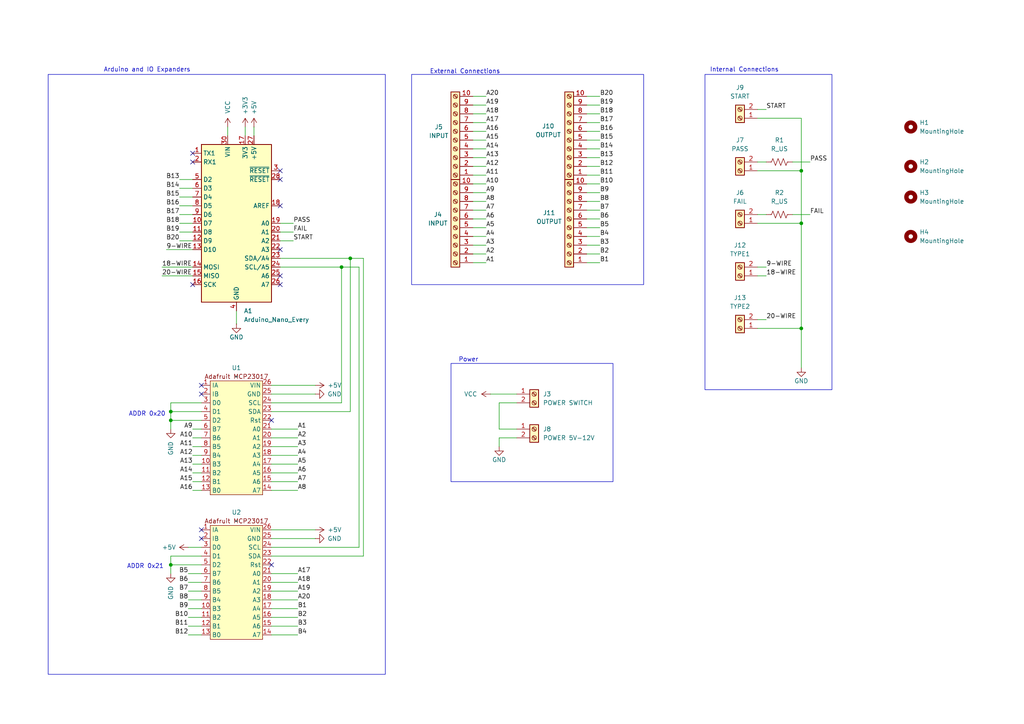
<source format=kicad_sch>
(kicad_sch (version 20250114) (generator "eeschema") (generator_version "9.0")
  (paper "A4")
  (title_block (date "sam. 04 avril 2015"))
  (lib_symbols
    (symbol "Connector:Screw_Terminal_01x02" (pin_names (offset 1.016) (hide yes))
      (property "Reference" "J" (at 0 2.54 0))
      (property "Value" "Screw_Terminal_01x02" (at 0 -5.08 0))
      (symbol "Screw_Terminal_01x02_1_1"
        (rectangle (start -1.27 1.27) (end 1.27 -3.81) (stroke (width 0.254)) (fill (type background)))
        (polyline (pts (xy -0.5334 0.3302) (xy 0.3302 -0.508)) (stroke (width 0.1524)))
        (polyline (pts (xy -0.5334 -2.2098) (xy 0.3302 -3.048)) (stroke (width 0.1524)))
        (polyline (pts (xy -0.3556 0.508) (xy 0.508 -0.3302)) (stroke (width 0.1524)))
        (polyline (pts (xy -0.3556 -2.032) (xy 0.508 -2.8702)) (stroke (width 0.1524)))
        (circle (center 0 0) (radius 0.635) (stroke (width 0.1524)))
        (circle (center 0 -2.54) (radius 0.635) (stroke (width 0.1524)))
        (pin passive line (at -5.08 0 0) (length 3.81) (name "Pin_1") (number "1"))
        (pin passive line (at -5.08 -2.54 0) (length 3.81) (name "Pin_2") (number "2"))
      )
    )
    (symbol "Connector:Screw_Terminal_01x10" (pin_names (offset 1.016) (hide yes))
      (property "Reference" "J" (at 0 12.7 0))
      (property "Value" "Screw_Terminal_01x10" (at 0 -15.24 0))
      (symbol "Screw_Terminal_01x10_1_1"
        (rectangle (start -1.27 11.43) (end 1.27 -13.97) (stroke (width 0.254)) (fill (type background)))
        (polyline (pts (xy -0.5334 10.4902) (xy 0.3302 9.652)) (stroke (width 0.1524)))
        (polyline (pts (xy -0.5334 7.9502) (xy 0.3302 7.112)) (stroke (width 0.1524)))
        (polyline (pts (xy -0.5334 5.4102) (xy 0.3302 4.572)) (stroke (width 0.1524)))
        (polyline (pts (xy -0.5334 2.8702) (xy 0.3302 2.032)) (stroke (width 0.1524)))
        (polyline (pts (xy -0.5334 0.3302) (xy 0.3302 -0.508)) (stroke (width 0.1524)))
        (polyline (pts (xy -0.5334 -2.2098) (xy 0.3302 -3.048)) (stroke (width 0.1524)))
        (polyline (pts (xy -0.5334 -4.7498) (xy 0.3302 -5.588)) (stroke (width 0.1524)))
        (polyline (pts (xy -0.5334 -7.2898) (xy 0.3302 -8.128)) (stroke (width 0.1524)))
        (polyline (pts (xy -0.5334 -9.8298) (xy 0.3302 -10.668)) (stroke (width 0.1524)))
        (polyline (pts (xy -0.5334 -12.3698) (xy 0.3302 -13.208)) (stroke (width 0.1524)))
        (polyline (pts (xy -0.3556 10.668) (xy 0.508 9.8298)) (stroke (width 0.1524)))
        (polyline (pts (xy -0.3556 8.128) (xy 0.508 7.2898)) (stroke (width 0.1524)))
        (polyline (pts (xy -0.3556 5.588) (xy 0.508 4.7498)) (stroke (width 0.1524)))
        (polyline (pts (xy -0.3556 3.048) (xy 0.508 2.2098)) (stroke (width 0.1524)))
        (polyline (pts (xy -0.3556 0.508) (xy 0.508 -0.3302)) (stroke (width 0.1524)))
        (polyline (pts (xy -0.3556 -2.032) (xy 0.508 -2.8702)) (stroke (width 0.1524)))
        (polyline (pts (xy -0.3556 -4.572) (xy 0.508 -5.4102)) (stroke (width 0.1524)))
        (polyline (pts (xy -0.3556 -7.112) (xy 0.508 -7.9502)) (stroke (width 0.1524)))
        (polyline (pts (xy -0.3556 -9.652) (xy 0.508 -10.4902)) (stroke (width 0.1524)))
        (polyline (pts (xy -0.3556 -12.192) (xy 0.508 -13.0302)) (stroke (width 0.1524)))
        (circle (center 0 10.16) (radius 0.635) (stroke (width 0.1524)))
        (circle (center 0 7.62) (radius 0.635) (stroke (width 0.1524)))
        (circle (center 0 5.08) (radius 0.635) (stroke (width 0.1524)))
        (circle (center 0 2.54) (radius 0.635) (stroke (width 0.1524)))
        (circle (center 0 0) (radius 0.635) (stroke (width 0.1524)))
        (circle (center 0 -2.54) (radius 0.635) (stroke (width 0.1524)))
        (circle (center 0 -5.08) (radius 0.635) (stroke (width 0.1524)))
        (circle (center 0 -7.62) (radius 0.635) (stroke (width 0.1524)))
        (circle (center 0 -10.16) (radius 0.635) (stroke (width 0.1524)))
        (circle (center 0 -12.7) (radius 0.635) (stroke (width 0.1524)))
        (pin passive line (at -5.08 10.16 0) (length 3.81) (name "Pin_1") (number "1"))
        (pin passive line (at -5.08 7.62 0) (length 3.81) (name "Pin_2") (number "2"))
        (pin passive line (at -5.08 5.08 0) (length 3.81) (name "Pin_3") (number "3"))
        (pin passive line (at -5.08 2.54 0) (length 3.81) (name "Pin_4") (number "4"))
        (pin passive line (at -5.08 0 0) (length 3.81) (name "Pin_5") (number "5"))
        (pin passive line (at -5.08 -2.54 0) (length 3.81) (name "Pin_6") (number "6"))
        (pin passive line (at -5.08 -5.08 0) (length 3.81) (name "Pin_7") (number "7"))
        (pin passive line (at -5.08 -7.62 0) (length 3.81) (name "Pin_8") (number "8"))
        (pin passive line (at -5.08 -10.16 0) (length 3.81) (name "Pin_9") (number "9"))
        (pin passive line (at -5.08 -12.7 0) (length 3.81) (name "Pin_10") (number "10"))
      )
    )
    (symbol "Device:R_US" (pin_numbers (hide yes)) (pin_names (offset 0))
      (property "Reference" "R" (at 2.54 0 90))
      (property "Value" "R_US" (at -2.54 0 90))
      (symbol "R_US_0_1"
        (polyline (pts (xy 0 2.286) (xy 0 2.54)))
        (polyline (pts (xy 0 2.286) (xy 1.016 1.905) (xy 0 1.524) (xy -1.016 1.143) (xy 0 0.762)))
        (polyline (pts (xy 0 0.762) (xy 1.016 0.381) (xy 0 0) (xy -1.016 -0.381) (xy 0 -0.762)))
        (polyline (pts (xy 0 -0.762) (xy 1.016 -1.143) (xy 0 -1.524) (xy -1.016 -1.905) (xy 0 -2.286)))
        (polyline (pts (xy 0 -2.286) (xy 0 -2.54)))
      )
      (symbol "R_US_1_1"
        (pin passive line (at 0 3.81 270) (length 1.27) (name "~") (number "1"))
        (pin passive line (at 0 -3.81 90) (length 1.27) (name "~") (number "2"))
      )
    )
    (symbol "MCU_Module:Arduino_Nano_Every"
      (property "Reference" "A" (at -10.16 23.495 0))
      (property "Value" "Arduino_Nano_Every" (at 5.08 -24.13 0))
      (symbol "Arduino_Nano_Every_0_1"
        (rectangle (start -10.16 22.86) (end 10.16 -22.86) (stroke (width 0.254)) (fill (type background)))
      )
      (symbol "Arduino_Nano_Every_1_1"
        (pin bidirectional line (at -12.7 20.32 0) (length 2.54) (name "TX1") (number "1"))
        (pin bidirectional line (at -12.7 17.78 0) (length 2.54) (name "RX1") (number "2"))
        (pin bidirectional line (at -12.7 12.7 0) (length 2.54) (name "D2") (number "5"))
        (pin bidirectional line (at -12.7 10.16 0) (length 2.54) (name "D3") (number "6"))
        (pin bidirectional line (at -12.7 7.62 0) (length 2.54) (name "D4") (number "7"))
        (pin bidirectional line (at -12.7 5.08 0) (length 2.54) (name "D5") (number "8"))
        (pin bidirectional line (at -12.7 2.54 0) (length 2.54) (name "D6") (number "9"))
        (pin bidirectional line (at -12.7 0 0) (length 2.54) (name "D7") (number "10"))
        (pin bidirectional line (at -12.7 -2.54 0) (length 2.54) (name "D8") (number "11"))
        (pin bidirectional line (at -12.7 -5.08 0) (length 2.54) (name "D9") (number "12"))
        (pin bidirectional line (at -12.7 -7.62 0) (length 2.54) (name "D10") (number "13"))
        (pin bidirectional line (at -12.7 -12.7 0) (length 2.54) (name "MOSI") (number "14"))
        (pin bidirectional line (at -12.7 -15.24 0) (length 2.54) (name "MISO") (number "15"))
        (pin bidirectional line (at -12.7 -17.78 0) (length 2.54) (name "SCK") (number "16"))
        (pin power_in line (at -2.54 25.4 270) (length 2.54) (name "VIN") (number "30"))
        (pin passive line (at 0 -25.4 90) (length 2.54) (hide yes) (name "GND") (number "29"))
        (pin power_in line (at 0 -25.4 90) (length 2.54) (name "GND") (number "4"))
        (pin power_out line (at 2.54 25.4 270) (length 2.54) (name "3V3") (number "17"))
        (pin power_out line (at 5.08 25.4 270) (length 2.54) (name "+5V") (number "27"))
        (pin input line (at 12.7 15.24 180) (length 2.54) (name "~{RESET}") (number "3"))
        (pin input line (at 12.7 12.7 180) (length 2.54) (name "~{RESET}") (number "28"))
        (pin input line (at 12.7 5.08 180) (length 2.54) (name "AREF") (number "18"))
        (pin bidirectional line (at 12.7 0 180) (length 2.54) (name "A0") (number "19"))
        (pin bidirectional line (at 12.7 -2.54 180) (length 2.54) (name "A1") (number "20"))
        (pin bidirectional line (at 12.7 -5.08 180) (length 2.54) (name "A2") (number "21"))
        (pin bidirectional line (at 12.7 -7.62 180) (length 2.54) (name "A3") (number "22"))
        (pin bidirectional line (at 12.7 -10.16 180) (length 2.54) (name "SDA/A4") (number "23"))
        (pin bidirectional line (at 12.7 -12.7 180) (length 2.54) (name "SCL/A5") (number "24"))
        (pin bidirectional line (at 12.7 -15.24 180) (length 2.54) (name "A6") (number "25"))
        (pin bidirectional line (at 12.7 -17.78 180) (length 2.54) (name "A7") (number "26"))
      )
    )
    (symbol "Mechanical:MountingHole" (pin_names (offset 1.016)) (in_bom no)
      (property "Reference" "H" (at 0 5.08 0))
      (property "Value" "MountingHole" (at 0 3.175 0))
      (symbol "MountingHole_0_1"
        (circle (center 0 0) (radius 1.27) (stroke (width 1.27)))
      )
    )
    (symbol "addedItems:Adafruit_MCP23017"
      (property "Reference" "U" (at -0.762 1.016 0))
      (symbol "Adafruit_MCP23017_0_1"
        (rectangle (start 0 -2.54) (end 15.24 -35.56) (fill (type color) (color 255 255 194 1)))
      )
      (symbol "Adafruit_MCP23017_1_1"
        (text "Adafruit MCP23017" (at 7.62 -1.27 0) (effects (font (size 1.27 1.27))))
        (pin power_in line (at -2.54 -3.81 0) (length 2.54) (name "VIN") (number "26"))
        (pin power_in line (at -2.54 -6.35 0) (length 2.54) (name "GND") (number "25"))
        (pin input line (at -2.54 -8.89 0) (length 2.54) (name "SCL") (number "24"))
        (pin input line (at -2.54 -11.43 0) (length 2.54) (name "SDA") (number "23"))
        (pin input line (at -2.54 -13.97 0) (length 2.54) (name "Rst") (number "22"))
        (pin bidirectional line (at -2.54 -16.51 0) (length 2.54) (name "A0") (number "21"))
        (pin bidirectional line (at -2.54 -19.05 0) (length 2.54) (name "A1") (number "20"))
        (pin bidirectional line (at -2.54 -21.59 0) (length 2.54) (name "A2") (number "19"))
        (pin bidirectional line (at -2.54 -24.13 0) (length 2.54) (name "A3") (number "18"))
        (pin bidirectional line (at -2.54 -26.67 0) (length 2.54) (name "A4") (number "17"))
        (pin bidirectional line (at -2.54 -29.21 0) (length 2.54) (name "A5") (number "16"))
        (pin bidirectional line (at -2.54 -31.75 0) (length 2.54) (name "A6") (number "15"))
        (pin bidirectional line (at -2.54 -34.29 0) (length 2.54) (name "A7") (number "14"))
        (pin input line (at 17.78 -3.81 180) (length 2.54) (name "IA") (number "1"))
        (pin input line (at 17.78 -6.35 180) (length 2.54) (name "IB") (number "2"))
        (pin input line (at 17.78 -8.89 180) (length 2.54) (name "D0") (number "3"))
        (pin input line (at 17.78 -11.43 180) (length 2.54) (name "D1") (number "4"))
        (pin input line (at 17.78 -13.97 180) (length 2.54) (name "D2") (number "5"))
        (pin bidirectional line (at 17.78 -16.51 180) (length 2.54) (name "B7") (number "6"))
        (pin bidirectional line (at 17.78 -19.05 180) (length 2.54) (name "B6") (number "7"))
        (pin bidirectional line (at 17.78 -21.59 180) (length 2.54) (name "B5") (number "8"))
        (pin bidirectional line (at 17.78 -24.13 180) (length 2.54) (name "B4") (number "9"))
        (pin bidirectional line (at 17.78 -26.67 180) (length 2.54) (name "B3") (number "10"))
        (pin bidirectional line (at 17.78 -29.21 180) (length 2.54) (name "B2") (number "11"))
        (pin bidirectional line (at 17.78 -31.75 180) (length 2.54) (name "B1") (number "12"))
        (pin bidirectional line (at 17.78 -34.29 180) (length 2.54) (name "B0") (number "13"))
      )
    )
    (symbol "power:+3.3V" (power) (pin_numbers (hide yes)) (pin_names (offset 0) (hide yes))
      (property "Value" "+3.3V" (at 0 3.556 0))
      (symbol "+3.3V_0_1"
        (polyline (pts (xy -0.762 1.27) (xy 0 2.54)))
        (polyline (pts (xy 0 2.54) (xy 0.762 1.27)))
        (polyline (pts (xy 0 0) (xy 0 2.54)))
      )
      (symbol "+3.3V_1_1"
        (pin power_in line (at 0 0 90) (length 0) (name "~") (number "1"))
      )
    )
    (symbol "power:+5V" (power) (pin_numbers (hide yes)) (pin_names (offset 0) (hide yes))
      (property "Value" "+5V" (at 0 3.556 0))
      (symbol "+5V_0_1"
        (polyline (pts (xy -0.762 1.27) (xy 0 2.54)))
        (polyline (pts (xy 0 2.54) (xy 0.762 1.27)))
        (polyline (pts (xy 0 0) (xy 0 2.54)))
      )
      (symbol "+5V_1_1"
        (pin power_in line (at 0 0 90) (length 0) (name "~") (number "1"))
      )
    )
    (symbol "power:GND" (power) (pin_numbers (hide yes)) (pin_names (offset 0) (hide yes))
      (property "Value" "GND" (at 0 -3.81 0))
      (symbol "GND_0_1"
        (polyline (pts (xy 0 0) (xy 0 -1.27) (xy 1.27 -1.27) (xy 0 -2.54) (xy -1.27 -1.27) (xy 0 -1.27)))
      )
      (symbol "GND_1_1"
        (pin power_in line (at 0 0 270) (length 0) (name "~") (number "1"))
      )
    )
    (symbol "power:VCC" (power) (pin_numbers (hide yes)) (pin_names (offset 0) (hide yes))
      (property "Value" "VCC" (at 0 3.556 0))
      (symbol "VCC_0_1"
        (polyline (pts (xy -0.762 1.27) (xy 0 2.54)))
        (polyline (pts (xy 0 2.54) (xy 0.762 1.27)))
        (polyline (pts (xy 0 0) (xy 0 2.54)))
      )
      (symbol "VCC_1_1"
        (pin power_in line (at 0 0 90) (length 0) (name "~") (number "1"))
      )
    )
  )
  (rectangle (start 204.47 21.59) (end 241.3 113.03))
  (rectangle (start 119.38 21.59) (end 186.69 82.55))
  (rectangle (start 130.81 105.41) (end 177.8 139.7))
  (rectangle (start 13.97 21.59) (end 111.76 195.58))
  (text "ADDR 0x21" (at 42.164 164.338 0) (effects (font (size 1.27 1.27))))
  (text "Power" (at 135.89 104.394 0) (effects (font (size 1.27 1.27))))
  (text "ADDR 0x20" (at 42.672 120.142 0) (effects (font (size 1.27 1.27))))
  (text "External Connections" (at 134.874 20.828 0) (effects (font (size 1.27 1.27))))
  (text "Arduino and IO Expanders" (at 42.672 20.32 0) (effects (font (size 1.27 1.27))))
  (text "Internal Connections" (at 215.9 20.32 0) (effects (font (size 1.27 1.27))))
  (junction (at 99.06 77.47))
  (junction (at 49.53 121.92))
  (junction (at 232.41 64.77))
  (junction (at 49.53 119.38))
  (junction (at 49.53 163.83))
  (junction (at 232.41 49.53))
  (junction (at 232.41 95.25))
  (junction (at 101.6 74.93))
  (no_connect (at 81.28 49.53))
  (no_connect (at 55.88 46.99))
  (no_connect (at 81.28 82.55))
  (no_connect (at 55.88 44.45))
  (no_connect (at 78.74 163.83))
  (no_connect (at 55.88 82.55))
  (no_connect (at 58.42 153.67))
  (no_connect (at 81.28 59.69))
  (no_connect (at 81.28 72.39))
  (no_connect (at 58.42 156.21))
  (no_connect (at 58.42 111.76))
  (no_connect (at 81.28 80.01))
  (no_connect (at 58.42 114.3))
  (no_connect (at 81.28 52.07))
  (no_connect (at 78.74 121.92))
  (wire (pts (xy 49.53 116.84) (xy 49.53 119.38)))
  (wire (pts (xy 137.16 50.8) (xy 140.97 50.8)))
  (wire (pts (xy 170.18 63.5) (xy 173.99 63.5)))
  (wire (pts (xy 144.78 127) (xy 149.86 127)))
  (wire (pts (xy 78.74 114.3) (xy 91.44 114.3)))
  (wire (pts (xy 55.88 129.54) (xy 58.42 129.54)))
  (wire (pts (xy 170.18 48.26) (xy 173.99 48.26)))
  (wire (pts (xy 73.66 36.83) (xy 73.66 39.37)))
  (wire (pts (xy 219.71 62.23) (xy 222.25 62.23)))
  (wire (pts (xy 170.18 27.94) (xy 173.99 27.94)))
  (wire (pts (xy 55.88 127) (xy 58.42 127)))
  (wire (pts (xy 104.14 77.47) (xy 99.06 77.47)))
  (wire (pts (xy 78.74 116.84) (xy 99.06 116.84)))
  (wire (pts (xy 78.74 156.21) (xy 91.44 156.21)))
  (wire (pts (xy 219.71 64.77) (xy 232.41 64.77)))
  (wire (pts (xy 219.71 95.25) (xy 232.41 95.25)))
  (wire (pts (xy 49.53 163.83) (xy 49.53 166.37)))
  (wire (pts (xy 137.16 35.56) (xy 140.97 35.56)))
  (wire (pts (xy 58.42 116.84) (xy 49.53 116.84)))
  (wire (pts (xy 170.18 71.12) (xy 173.99 71.12)))
  (wire (pts (xy 137.16 45.72) (xy 140.97 45.72)))
  (wire (pts (xy 54.61 168.91) (xy 58.42 168.91)))
  (wire (pts (xy 219.71 92.71) (xy 222.25 92.71)))
  (wire (pts (xy 78.74 158.75) (xy 104.14 158.75)))
  (wire (pts (xy 219.71 77.47) (xy 222.25 77.47)))
  (wire (pts (xy 52.07 54.61) (xy 55.88 54.61)))
  (wire (pts (xy 137.16 68.58) (xy 140.97 68.58)))
  (wire (pts (xy 78.74 137.16) (xy 86.36 137.16)))
  (wire (pts (xy 137.16 33.02) (xy 140.97 33.02)))
  (wire (pts (xy 52.07 62.23) (xy 55.88 62.23)))
  (wire (pts (xy 55.88 139.7) (xy 58.42 139.7)))
  (wire (pts (xy 170.18 76.2) (xy 173.99 76.2)))
  (wire (pts (xy 170.18 66.04) (xy 173.99 66.04)))
  (wire (pts (xy 232.41 49.53) (xy 232.41 64.77)))
  (wire (pts (xy 144.78 129.54) (xy 144.78 127)))
  (wire (pts (xy 78.74 184.15) (xy 86.36 184.15)))
  (wire (pts (xy 54.61 184.15) (xy 58.42 184.15)))
  (wire (pts (xy 137.16 71.12) (xy 140.97 71.12)))
  (wire (pts (xy 219.71 49.53) (xy 232.41 49.53)))
  (wire (pts (xy 55.88 137.16) (xy 58.42 137.16)))
  (wire (pts (xy 58.42 161.29) (xy 49.53 161.29)))
  (wire (pts (xy 170.18 50.8) (xy 173.99 50.8)))
  (wire (pts (xy 137.16 38.1) (xy 140.97 38.1)))
  (wire (pts (xy 170.18 35.56) (xy 173.99 35.56)))
  (wire (pts (xy 234.95 46.99) (xy 229.87 46.99)))
  (wire (pts (xy 55.88 132.08) (xy 58.42 132.08)))
  (wire (pts (xy 137.16 40.64) (xy 140.97 40.64)))
  (wire (pts (xy 137.16 43.18) (xy 140.97 43.18)))
  (wire (pts (xy 81.28 64.77) (xy 85.09 64.77)))
  (wire (pts (xy 101.6 74.93) (xy 101.6 119.38)))
  (wire (pts (xy 170.18 40.64) (xy 173.99 40.64)))
  (wire (pts (xy 55.88 142.24) (xy 58.42 142.24)))
  (wire (pts (xy 142.24 114.3) (xy 149.86 114.3)))
  (wire (pts (xy 54.61 176.53) (xy 58.42 176.53)))
  (wire (pts (xy 78.74 161.29) (xy 105.41 161.29)))
  (wire (pts (xy 99.06 77.47) (xy 99.06 116.84)))
  (wire (pts (xy 54.61 181.61) (xy 58.42 181.61)))
  (wire (pts (xy 78.74 139.7) (xy 86.36 139.7)))
  (wire (pts (xy 219.71 31.75) (xy 222.25 31.75)))
  (wire (pts (xy 49.53 119.38) (xy 49.53 121.92)))
  (wire (pts (xy 232.41 34.29) (xy 232.41 49.53)))
  (wire (pts (xy 137.16 76.2) (xy 140.97 76.2)))
  (wire (pts (xy 137.16 27.94) (xy 140.97 27.94)))
  (wire (pts (xy 54.61 158.75) (xy 58.42 158.75)))
  (wire (pts (xy 78.74 176.53) (xy 86.36 176.53)))
  (wire (pts (xy 219.71 80.01) (xy 222.25 80.01)))
  (wire (pts (xy 58.42 121.92) (xy 49.53 121.92)))
  (wire (pts (xy 144.78 124.46) (xy 149.86 124.46)))
  (wire (pts (xy 78.74 181.61) (xy 86.36 181.61)))
  (wire (pts (xy 52.07 52.07) (xy 55.88 52.07)))
  (wire (pts (xy 54.61 166.37) (xy 58.42 166.37)))
  (wire (pts (xy 68.58 90.17) (xy 68.58 93.98)))
  (wire (pts (xy 81.28 77.47) (xy 99.06 77.47)))
  (wire (pts (xy 66.04 36.83) (xy 66.04 39.37)))
  (wire (pts (xy 219.71 46.99) (xy 222.25 46.99)))
  (wire (pts (xy 137.16 73.66) (xy 140.97 73.66)))
  (wire (pts (xy 78.74 119.38) (xy 101.6 119.38)))
  (wire (pts (xy 55.88 134.62) (xy 58.42 134.62)))
  (wire (pts (xy 49.53 161.29) (xy 49.53 163.83)))
  (wire (pts (xy 170.18 33.02) (xy 173.99 33.02)))
  (wire (pts (xy 170.18 58.42) (xy 173.99 58.42)))
  (wire (pts (xy 78.74 166.37) (xy 86.36 166.37)))
  (wire (pts (xy 78.74 153.67) (xy 91.44 153.67)))
  (wire (pts (xy 81.28 69.85) (xy 85.09 69.85)))
  (wire (pts (xy 170.18 68.58) (xy 173.99 68.58)))
  (wire (pts (xy 54.61 171.45) (xy 58.42 171.45)))
  (wire (pts (xy 58.42 163.83) (xy 49.53 163.83)))
  (wire (pts (xy 137.16 53.34) (xy 140.97 53.34)))
  (wire (pts (xy 78.74 171.45) (xy 86.36 171.45)))
  (wire (pts (xy 105.41 74.93) (xy 101.6 74.93)))
  (wire (pts (xy 48.26 72.39) (xy 55.88 72.39)))
  (wire (pts (xy 78.74 111.76) (xy 91.44 111.76)))
  (wire (pts (xy 137.16 66.04) (xy 140.97 66.04)))
  (wire (pts (xy 170.18 55.88) (xy 173.99 55.88)))
  (wire (pts (xy 137.16 60.96) (xy 140.97 60.96)))
  (wire (pts (xy 144.78 116.84) (xy 149.86 116.84)))
  (wire (pts (xy 170.18 60.96) (xy 173.99 60.96)))
  (wire (pts (xy 54.61 179.07) (xy 58.42 179.07)))
  (wire (pts (xy 46.99 77.47) (xy 55.88 77.47)))
  (wire (pts (xy 137.16 58.42) (xy 140.97 58.42)))
  (wire (pts (xy 78.74 142.24) (xy 86.36 142.24)))
  (wire (pts (xy 78.74 134.62) (xy 86.36 134.62)))
  (wire (pts (xy 78.74 132.08) (xy 86.36 132.08)))
  (wire (pts (xy 170.18 38.1) (xy 173.99 38.1)))
  (wire (pts (xy 71.12 36.83) (xy 71.12 39.37)))
  (wire (pts (xy 170.18 43.18) (xy 173.99 43.18)))
  (wire (pts (xy 78.74 127) (xy 86.36 127)))
  (wire (pts (xy 219.71 34.29) (xy 232.41 34.29)))
  (wire (pts (xy 137.16 48.26) (xy 140.97 48.26)))
  (wire (pts (xy 46.99 80.01) (xy 55.88 80.01)))
  (wire (pts (xy 54.61 173.99) (xy 58.42 173.99)))
  (wire (pts (xy 52.07 67.31) (xy 55.88 67.31)))
  (wire (pts (xy 144.78 124.46) (xy 144.78 116.84)))
  (wire (pts (xy 49.53 121.92) (xy 49.53 124.46)))
  (wire (pts (xy 52.07 64.77) (xy 55.88 64.77)))
  (wire (pts (xy 78.74 173.99) (xy 86.36 173.99)))
  (wire (pts (xy 137.16 63.5) (xy 140.97 63.5)))
  (wire (pts (xy 232.41 64.77) (xy 232.41 95.25)))
  (wire (pts (xy 78.74 179.07) (xy 86.36 179.07)))
  (wire (pts (xy 170.18 45.72) (xy 173.99 45.72)))
  (wire (pts (xy 78.74 124.46) (xy 86.36 124.46)))
  (wire (pts (xy 170.18 30.48) (xy 173.99 30.48)))
  (wire (pts (xy 170.18 73.66) (xy 173.99 73.66)))
  (wire (pts (xy 137.16 55.88) (xy 140.97 55.88)))
  (wire (pts (xy 52.07 57.15) (xy 55.88 57.15)))
  (wire (pts (xy 78.74 129.54) (xy 86.36 129.54)))
  (wire (pts (xy 52.07 69.85) (xy 55.88 69.85)))
  (wire (pts (xy 52.07 59.69) (xy 55.88 59.69)))
  (wire (pts (xy 78.74 168.91) (xy 86.36 168.91)))
  (wire (pts (xy 170.18 53.34) (xy 173.99 53.34)))
  (wire (pts (xy 81.28 67.31) (xy 85.09 67.31)))
  (wire (pts (xy 234.95 62.23) (xy 229.87 62.23)))
  (wire (pts (xy 105.41 161.29) (xy 105.41 74.93)))
  (wire (pts (xy 81.28 74.93) (xy 101.6 74.93)))
  (wire (pts (xy 104.14 158.75) (xy 104.14 77.47)))
  (wire (pts (xy 55.88 124.46) (xy 58.42 124.46)))
  (wire (pts (xy 137.16 30.48) (xy 140.97 30.48)))
  (wire (pts (xy 58.42 119.38) (xy 49.53 119.38)))
  (wire (pts (xy 232.41 95.25) (xy 232.41 106.68)))
  (label "B16" (at 52.07 59.69 180))
  (label "B15" (at 173.99 40.64 0))
  (label "A10" (at 140.97 53.34 0))
  (label "B2" (at 173.99 73.66 0))
  (label "B1" (at 173.99 76.2 0))
  (label "A8" (at 140.97 58.42 0))
  (label "A9" (at 140.97 55.88 0))
  (label "FAIL" (at 85.09 67.31 0))
  (label "B20" (at 173.99 27.94 0))
  (label "A6" (at 86.36 137.16 0))
  (label "A1" (at 140.97 76.2 0))
  (label "B1" (at 86.36 176.53 0))
  (label "B7" (at 173.99 60.96 0))
  (label "A11" (at 140.97 50.8 0))
  (label "A12" (at 55.88 132.08 180))
  (label "B9" (at 173.99 55.88 0))
  (label "A18" (at 140.97 33.02 0))
  (label "B18" (at 52.07 64.77 180))
  (label "B19" (at 52.07 67.31 180))
  (label "A18" (at 86.36 168.91 0))
  (label "B12" (at 173.99 48.26 0))
  (label "A4" (at 140.97 68.58 0))
  (label "A15" (at 55.88 139.7 180))
  (label "A17" (at 86.36 166.37 0))
  (label "B2" (at 86.36 179.07 0))
  (label "A2" (at 86.36 127 0))
  (label "A7" (at 140.97 60.96 0))
  (label "B10" (at 173.99 53.34 0))
  (label "B11" (at 54.61 181.61 180))
  (label "B20" (at 52.07 69.85 180))
  (label "FAIL" (at 234.95 62.23 0))
  (label "A19" (at 140.97 30.48 0))
  (label "A11" (at 55.88 129.54 180))
  (label "A4" (at 86.36 132.08 0))
  (label "9-WIRE" (at 222.25 77.47 0))
  (label "B4" (at 86.36 184.15 0))
  (label "B13" (at 52.07 52.07 180))
  (label "A5" (at 86.36 134.62 0))
  (label "B8" (at 173.99 58.42 0))
  (label "PASS" (at 234.95 46.99 0))
  (label "START" (at 222.25 31.75 0))
  (label "START" (at 85.09 69.85 0))
  (label "B6" (at 54.61 168.91 180))
  (label "A9" (at 55.88 124.46 180))
  (label "A5" (at 140.97 66.04 0))
  (label "B9" (at 54.61 176.53 180))
  (label "B17" (at 173.99 35.56 0))
  (label "B10" (at 54.61 179.07 180))
  (label "9-WIRE" (at 48.26 72.39 0))
  (label "B5" (at 173.99 66.04 0))
  (label "A15" (at 140.97 40.64 0))
  (label "B15" (at 52.07 57.15 180))
  (label "A3" (at 140.97 71.12 0))
  (label "A14" (at 140.97 43.18 0))
  (label "A3" (at 86.36 129.54 0))
  (label "B14" (at 52.07 54.61 180))
  (label "B11" (at 173.99 50.8 0))
  (label "18-WIRE" (at 46.99 77.47 0))
  (label "20-WIRE" (at 46.99 80.01 0))
  (label "B4" (at 173.99 68.58 0))
  (label "A14" (at 55.88 137.16 180))
  (label "B5" (at 54.61 166.37 180))
  (label "B3" (at 173.99 71.12 0))
  (label "A7" (at 86.36 139.7 0))
  (label "20-WIRE" (at 222.25 92.71 0))
  (label "A20" (at 140.97 27.94 0))
  (label "A20" (at 86.36 173.99 0))
  (label "A2" (at 140.97 73.66 0))
  (label "A16" (at 140.97 38.1 0))
  (label "B17" (at 52.07 62.23 180))
  (label "A10" (at 55.88 127 180))
  (label "18-WIRE" (at 222.25 80.01 0))
  (label "B13" (at 173.99 45.72 0))
  (label "A19" (at 86.36 171.45 0))
  (label "B7" (at 54.61 171.45 180))
  (label "A1" (at 86.36 124.46 0))
  (label "A12" (at 140.97 48.26 0))
  (label "B6" (at 173.99 63.5 0))
  (label "B19" (at 173.99 30.48 0))
  (label "A17" (at 140.97 35.56 0))
  (label "B16" (at 173.99 38.1 0))
  (label "B18" (at 173.99 33.02 0))
  (label "B14" (at 173.99 43.18 0))
  (label "PASS" (at 85.09 64.77 0))
  (label "B3" (at 86.36 181.61 0))
  (label "A13" (at 55.88 134.62 180))
  (label "A8" (at 86.36 142.24 0))
  (label "A16" (at 55.88 142.24 180))
  (label "B8" (at 54.61 173.99 180))
  (label "B12" (at 54.61 184.15 180))
  (label "A6" (at 140.97 63.5 0))
  (label "A13" (at 140.97 45.72 0))
  (symbol (lib_id "Connector:Screw_Terminal_01x02") (at 214.63 80.01 180) (unit 1)
    (property "Reference" "J12" (at 214.63 71.12 0))
    (property "Value" "TYPE1" (at 214.63 73.66 0))
    (property "Footprint" "TerminalBlock_Phoenix:TerminalBlock_Phoenix_MPT-0,5-2-2.54_1x02_P2.54mm_Horizontal" (effects (hide yes)))
    (property "Description" "Generic screw terminal, single row, 01x02, script generated (kicad-library-utils/schlib/autogen/connector/)" (effects (hide yes)))
  )
  (symbol (lib_id "Connector:Screw_Terminal_01x10") (at 165.1 66.04 180) (unit 1)
    (property "Reference" "J11" (at 159.258 61.722 0))
    (property "Value" "OUTPUT" (at 159.258 64.262 0))
    (property "Footprint" "TerminalBlock:TerminalBlock_Xinya_XY308-2.54-10P_1x10_P2.54mm_Horizontal" (effects (hide yes)))
    (property "Description" "https://www.digikey.com/en/products/detail/on-shore-technology-inc/OSTVN10A150/1588870?gad_source=1&gad_campaignid=17336967819&gbraid=0AAAAADrbLliBHVBG_H3-Nx4GnLrDUI1SF&gclid=EAIaIQobChMIzqKV5sWljQMVls7CBB1whxi2EAQYAyABEgKAbvD_BwE&gclsrc=aw.ds" (effects (hide yes)))
  )
  (symbol (lib_id "Connector:Screw_Terminal_01x02") (at 214.63 64.77 180) (unit 1)
    (property "Reference" "J6" (at 214.63 55.88 0))
    (property "Value" "FAIL" (at 214.63 58.42 0))
    (property "Footprint" "TerminalBlock_Phoenix:TerminalBlock_Phoenix_MPT-0,5-2-2.54_1x02_P2.54mm_Horizontal" (effects (hide yes)))
    (property "Description" "Generic screw terminal, single row, 01x02, script generated (kicad-library-utils/schlib/autogen/connector/)" (effects (hide yes)))
  )
  (symbol (lib_id "Connector:Screw_Terminal_01x10") (at 132.08 40.64 180) (unit 1)
    (property "Reference" "J5" (at 127.254 36.83 0))
    (property "Value" "INPUT" (at 127.254 39.37 0))
    (property "Footprint" "TerminalBlock:TerminalBlock_Xinya_XY308-2.54-10P_1x10_P2.54mm_Horizontal" (effects (hide yes)))
    (property "Description" "https://www.digikey.com/en/products/detail/on-shore-technology-inc/OSTVN10A150/1588870?gad_source=1&gad_campaignid=17336967819&gbraid=0AAAAADrbLliBHVBG_H3-Nx4GnLrDUI1SF&gclid=EAIaIQobChMIzqKV5sWljQMVls7CBB1whxi2EAQYAyABEgKAbvD_BwE&gclsrc=aw.ds" (effects (hide yes)))
  )
  (symbol (lib_id "power:+5V") (at 54.61 158.75 90) (unit 1)
    (property "Reference" "#PWR0118" (effects (hide yes)))
    (property "Value" "+5V" (at 51.054 158.75 90) (effects (justify left)))
    (property "Description" "Power symbol creates a global label with name \"+5V\"" (effects (hide yes)))
  )
  (symbol (lib_id "power:+5V") (at 91.44 111.76 270) (unit 1)
    (property "Reference" "#PWR0112" (effects (hide yes)))
    (property "Value" "+5V" (at 94.996 111.76 90) (effects (justify left)))
    (property "Description" "Power symbol creates a global label with name \"+5V\"" (effects (hide yes)))
  )
  (symbol (lib_id "Connector:Screw_Terminal_01x10") (at 132.08 66.04 180) (unit 1)
    (property "Reference" "J4" (at 127 62.23 0))
    (property "Value" "INPUT" (at 127 64.77 0))
    (property "Footprint" "TerminalBlock:TerminalBlock_Xinya_XY308-2.54-10P_1x10_P2.54mm_Horizontal" (effects (hide yes)))
    (property "Description" "https://www.digikey.com/en/products/detail/on-shore-technology-inc/OSTVN10A150/1588870?gad_source=1&gad_campaignid=17336967819&gbraid=0AAAAADrbLliBHVBG_H3-Nx4GnLrDUI1SF&gclid=EAIaIQobChMIzqKV5sWljQMVls7CBB1whxi2EAQYAyABEgKAbvD_BwE&gclsrc=aw.ds" (effects (hide yes)))
  )
  (symbol (lib_id "Connector:Screw_Terminal_01x02") (at 214.63 95.25 180) (unit 1)
    (property "Reference" "J13" (at 214.63 86.36 0))
    (property "Value" "TYPE2" (at 214.63 88.9 0))
    (property "Footprint" "TerminalBlock_Phoenix:TerminalBlock_Phoenix_MPT-0,5-2-2.54_1x02_P2.54mm_Horizontal" (effects (hide yes)))
    (property "Description" "Generic screw terminal, single row, 01x02, script generated (kicad-library-utils/schlib/autogen/connector/)" (effects (hide yes)))
  )
  (symbol (lib_id "power:GND") (at 49.53 124.46 0) (unit 1)
    (property "Reference" "#PWR0116" (effects (hide yes)))
    (property "Value" "GND" (at 49.53 130.048 90))
    (property "Description" "Power symbol creates a global label with name \"GND\" , ground" (effects (hide yes)))
  )
  (symbol (lib_id "power:GND") (at 144.78 129.54 0) (unit 1)
    (property "Reference" "#PWR0106" (effects (hide yes)))
    (property "Value" "GND" (at 144.78 133.35 0))
    (property "Description" "Power symbol creates a global label with name \"GND\" , ground" (effects (hide yes)))
  )
  (symbol (lib_id "power:+3.3V") (at 71.12 36.83 0) (unit 1)
    (property "Reference" "#PWR0110" (effects (hide yes)))
    (property "Value" "+3V3" (at 71.12 33.274 90) (effects (justify left)))
    (property "Description" "Power symbol creates a global label with name \"+3.3V\"" (effects (hide yes)))
  )
  (symbol (lib_id "Mechanical:MountingHole") (at 264.16 68.58 0) (unit 1) (in_bom no)
    (property "Reference" "H4" (at 266.7 67.3099 0) (effects (justify left)))
    (property "Value" "MountingHole" (at 266.7 69.8499 0) (effects (justify left)))
    (property "Footprint" "MountingHole:MountingHole_4.3mm_M4" (effects (hide yes)))
    (property "Description" "Mounting Hole without connection" (effects (hide yes)))
  )
  (symbol (lib_id "Mechanical:MountingHole") (at 264.16 57.15 0) (unit 1) (in_bom no)
    (property "Reference" "H3" (at 266.7 55.8799 0) (effects (justify left)))
    (property "Value" "MountingHole" (at 266.7 58.4199 0) (effects (justify left)))
    (property "Footprint" "MountingHole:MountingHole_4.3mm_M4" (effects (hide yes)))
    (property "Description" "Mounting Hole without connection" (effects (hide yes)))
  )
  (symbol (lib_id "Mechanical:MountingHole") (at 264.16 36.83 0) (unit 1) (in_bom no)
    (property "Reference" "H1" (at 266.7 35.5599 0) (effects (justify left)))
    (property "Value" "MountingHole" (at 266.7 38.0999 0) (effects (justify left)))
    (property "Footprint" "MountingHole:MountingHole_4.3mm_M4" (effects (hide yes)))
    (property "Description" "Mounting Hole without connection" (effects (hide yes)))
  )
  (symbol (lib_id "Device:R_US") (at 226.06 46.99 90) (unit 1)
    (property "Reference" "R1" (at 226.06 40.64 90))
    (property "Value" "R_US" (at 226.06 43.18 90))
    (property "Footprint" "Resistor_THT:R_Axial_DIN0204_L3.6mm_D1.6mm_P5.08mm_Horizontal" (effects (hide yes)))
    (property "Description" "Resistor, US symbol" (effects (hide yes)))
  )
  (symbol (lib_id "Device:R_US") (at 226.06 62.23 90) (unit 1)
    (property "Reference" "R2" (at 226.06 55.88 90))
    (property "Value" "R_US" (at 226.06 58.42 90))
    (property "Footprint" "Resistor_THT:R_Axial_DIN0204_L3.6mm_D1.6mm_P5.08mm_Horizontal" (effects (hide yes)))
    (property "Description" "Resistor, US symbol" (effects (hide yes)))
  )
  (symbol (lib_id "power:+5V") (at 73.66 36.83 0) (unit 1)
    (property "Reference" "#PWR0109" (effects (hide yes)))
    (property "Value" "+5V" (at 73.66 33.274 90) (effects (justify left)))
    (property "Description" "Power symbol creates a global label with name \"+5V\"" (effects (hide yes)))
  )
  (symbol (lib_id "Connector:Screw_Terminal_01x02") (at 154.94 124.46 0) (unit 1)
    (property "Reference" "J8" (at 157.48 124.4599 0) (effects (justify left)))
    (property "Value" "POWER 5V-12V" (at 157.48 126.9999 0) (effects (justify left)))
    (property "Footprint" "TerminalBlock_Phoenix:TerminalBlock_Phoenix_MPT-0,5-2-2.54_1x02_P2.54mm_Horizontal" (effects (hide yes)))
    (property "Description" "Generic screw terminal, single row, 01x02, script generated (kicad-library-utils/schlib/autogen/connector/)" (effects (hide yes)))
  )
  (symbol (lib_id "addedItems:Adafruit_MCP23017") (at 76.2 149.86 0) (mirror y) (unit 1)
    (property "Reference" "U2" (at 68.58 148.59 0))
    (property "Value" "~" (at 68.58 151.13 0))
    (property "Footprint" "addedItems:Adafruit MCP23017" (effects (hide yes)))
    (property "Description" "https://learn.adafruit.com/adafruit-mcp23017-i2c-gpio-expander" (effects (hide yes)))
  )
  (symbol (lib_id "power:GND") (at 91.44 156.21 90) (unit 1)
    (property "Reference" "#PWR0115" (effects (hide yes)))
    (property "Value" "GND" (at 97.028 156.21 90))
    (property "Description" "Power symbol creates a global label with name \"GND\" , ground" (effects (hide yes)))
  )
  (symbol (lib_id "power:GND") (at 68.58 93.98 0) (unit 1)
    (property "Reference" "#PWR0111" (effects (hide yes)))
    (property "Value" "GND" (at 68.58 97.79 0))
    (property "Description" "Power symbol creates a global label with name \"GND\" , ground" (effects (hide yes)))
  )
  (symbol (lib_id "power:GND") (at 49.53 166.37 0) (unit 1)
    (property "Reference" "#PWR0117" (effects (hide yes)))
    (property "Value" "GND" (at 49.53 171.958 90))
    (property "Description" "Power symbol creates a global label with name \"GND\" , ground" (effects (hide yes)))
  )
  (symbol (lib_id "Connector:Screw_Terminal_01x02") (at 214.63 34.29 180) (unit 1)
    (property "Reference" "J9" (at 214.63 25.4 0))
    (property "Value" "START" (at 214.63 27.94 0))
    (property "Footprint" "TerminalBlock_Phoenix:TerminalBlock_Phoenix_MPT-0,5-2-2.54_1x02_P2.54mm_Horizontal" (effects (hide yes)))
    (property "Description" "Generic screw terminal, single row, 01x02, script generated (kicad-library-utils/schlib/autogen/connector/)" (effects (hide yes)))
  )
  (symbol (lib_id "MCU_Module:Arduino_Nano_Every") (at 68.58 64.77 0) (unit 1)
    (property "Reference" "A1" (at 70.7233 90.17 0) (effects (justify left)))
    (property "Value" "Arduino_Nano_Every" (at 70.7233 92.71 0) (effects (justify left)))
    (property "Footprint" "Module:Arduino_Nano" (effects (hide yes)))
    (property "Datasheet" "https://content.arduino.cc/assets/NANOEveryV3.0_sch.pdf" (effects (hide yes)))
    (property "Description" "Arduino Nano Every" (effects (hide yes)))
  )
  (symbol (lib_id "power:GND") (at 91.44 114.3 90) (unit 1)
    (property "Reference" "#PWR0114" (effects (hide yes)))
    (property "Value" "GND" (at 97.028 114.3 90))
    (property "Description" "Power symbol creates a global label with name \"GND\" , ground" (effects (hide yes)))
  )
  (symbol (lib_id "Connector:Screw_Terminal_01x02") (at 214.63 49.53 180) (unit 1)
    (property "Reference" "J7" (at 214.63 40.64 0))
    (property "Value" "PASS" (at 214.63 43.18 0))
    (property "Footprint" "TerminalBlock_Phoenix:TerminalBlock_Phoenix_MPT-0,5-2-2.54_1x02_P2.54mm_Horizontal" (effects (hide yes)))
    (property "Description" "Generic screw terminal, single row, 01x02, script generated (kicad-library-utils/schlib/autogen/connector/)" (effects (hide yes)))
  )
  (symbol (lib_id "power:VCC") (at 66.04 36.83 0) (unit 1)
    (property "Reference" "#PWR0108" (effects (hide yes)))
    (property "Value" "VCC" (at 66.04 33.02 90) (effects (justify left)))
    (property "Description" "Power symbol creates a global label with name \"VCC\"" (effects (hide yes)))
  )
  (symbol (lib_id "power:VCC") (at 142.24 114.3 90) (unit 1)
    (property "Reference" "#PWR0107" (effects (hide yes)))
    (property "Value" "VCC" (at 138.43 114.3 90) (effects (justify left)))
    (property "Description" "Power symbol creates a global label with name \"VCC\"" (effects (hide yes)))
  )
  (symbol (lib_id "power:+5V") (at 91.44 153.67 270) (unit 1)
    (property "Reference" "#PWR0113" (effects (hide yes)))
    (property "Value" "+5V" (at 94.996 153.67 90) (effects (justify left)))
    (property "Description" "Power symbol creates a global label with name \"+5V\"" (effects (hide yes)))
  )
  (symbol (lib_id "addedItems:Adafruit_MCP23017") (at 76.2 107.95 0) (mirror y) (unit 1)
    (property "Reference" "U1" (at 68.58 106.68 0))
    (property "Value" "~" (at 68.58 109.22 0))
    (property "Footprint" "addedItems:Adafruit MCP23017" (effects (hide yes)))
    (property "Description" "https://learn.adafruit.com/adafruit-mcp23017-i2c-gpio-expander" (effects (hide yes)))
  )
  (symbol (lib_id "power:GND") (at 232.41 106.68 0) (unit 1)
    (property "Reference" "#PWR0119" (effects (hide yes)))
    (property "Value" "GND" (at 232.41 110.49 0))
    (property "Description" "Power symbol creates a global label with name \"GND\" , ground" (effects (hide yes)))
  )
  (symbol (lib_id "Connector:Screw_Terminal_01x10") (at 165.1 40.64 180) (unit 1)
    (property "Reference" "J10" (at 159.004 36.576 0))
    (property "Value" "OUTPUT" (at 159.004 39.116 0))
    (property "Footprint" "TerminalBlock:TerminalBlock_Xinya_XY308-2.54-10P_1x10_P2.54mm_Horizontal" (effects (hide yes)))
    (property "Description" "https://www.digikey.com/en/products/detail/on-shore-technology-inc/OSTVN10A150/1588870?gad_source=1&gad_campaignid=17336967819&gbraid=0AAAAADrbLliBHVBG_H3-Nx4GnLrDUI1SF&gclid=EAIaIQobChMIzqKV5sWljQMVls7CBB1whxi2EAQYAyABEgKAbvD_BwE&gclsrc=aw.ds" (effects (hide yes)))
  )
  (symbol (lib_id "Mechanical:MountingHole") (at 264.16 48.26 0) (unit 1) (in_bom no)
    (property "Reference" "H2" (at 266.7 46.9899 0) (effects (justify left)))
    (property "Value" "MountingHole" (at 266.7 49.5299 0) (effects (justify left)))
    (property "Footprint" "MountingHole:MountingHole_4.3mm_M4" (effects (hide yes)))
    (property "Description" "Mounting Hole without connection" (effects (hide yes)))
  )
  (symbol (lib_id "Connector:Screw_Terminal_01x02") (at 154.94 114.3 0) (unit 1)
    (property "Reference" "J3" (at 157.48 114.2999 0) (effects (justify left)))
    (property "Value" "POWER SWITCH" (at 157.48 116.8399 0) (effects (justify left)))
    (property "Footprint" "TerminalBlock_Phoenix:TerminalBlock_Phoenix_MPT-0,5-2-2.54_1x02_P2.54mm_Horizontal" (effects (hide yes)))
    (property "Description" "Generic screw terminal, single row, 01x02, script generated (kicad-library-utils/schlib/autogen/connector/)" (effects (hide yes)))
  )
)
</source>
